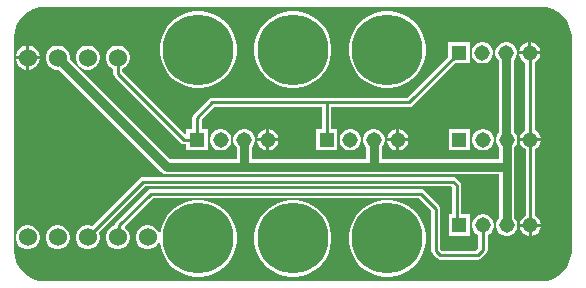
<source format=gbr>
G04*
G04 #@! TF.GenerationSoftware,Altium Limited,Altium Designer,23.0.1 (38)*
G04*
G04 Layer_Physical_Order=1*
G04 Layer_Color=255*
%FSLAX25Y25*%
%MOIN*%
G70*
G04*
G04 #@! TF.SameCoordinates,CB264EA1-B4AC-40A8-8FC8-DEB541A081C8*
G04*
G04*
G04 #@! TF.FilePolarity,Positive*
G04*
G01*
G75*
%ADD12C,0.01000*%
%ADD17C,0.03000*%
%ADD18R,0.05150X0.05150*%
%ADD19C,0.05150*%
%ADD20C,0.06000*%
%ADD21C,0.23622*%
G36*
X356689Y128278D02*
X522043D01*
X522141Y128297D01*
X524055Y128109D01*
X525989Y127522D01*
X527772Y126569D01*
X529334Y125287D01*
X530616Y123724D01*
X531569Y121942D01*
X532156Y120008D01*
X532305Y118488D01*
X532325Y117996D01*
X532325D01*
X532325Y117996D01*
Y47130D01*
X532325Y47130D01*
X532325D01*
X532305Y46638D01*
X532156Y45118D01*
X531569Y43184D01*
X530616Y41402D01*
X529334Y39839D01*
X527772Y38557D01*
X525989Y37604D01*
X524055Y37017D01*
X522535Y36868D01*
X522043Y36848D01*
Y36848D01*
X522043Y36848D01*
X356689D01*
X356689Y36848D01*
Y36848D01*
X356197Y36868D01*
X354678Y37017D01*
X352743Y37604D01*
X350961Y38557D01*
X349398Y39839D01*
X348116Y41402D01*
X347163Y43184D01*
X346576Y45118D01*
X346388Y47032D01*
X346407Y47130D01*
Y117996D01*
X346388Y118094D01*
X346576Y120008D01*
X347163Y121942D01*
X348116Y123724D01*
X349398Y125287D01*
X350961Y126569D01*
X352743Y127522D01*
X354678Y128109D01*
X356591Y128297D01*
X356689Y128278D01*
D02*
G37*
%LPC*%
G36*
X518811Y116567D02*
Y113500D01*
X521878D01*
X521642Y114380D01*
X521172Y115195D01*
X520506Y115860D01*
X519691Y116331D01*
X518811Y116567D01*
D02*
G37*
G36*
X517811D02*
X516931Y116331D01*
X516116Y115860D01*
X515450Y115195D01*
X514980Y114380D01*
X514744Y113500D01*
X517811D01*
Y116567D01*
D02*
G37*
G36*
X351527Y115343D02*
X351500D01*
Y111843D01*
X355000D01*
Y111869D01*
X354727Y112887D01*
X354201Y113799D01*
X353456Y114543D01*
X352544Y115070D01*
X351527Y115343D01*
D02*
G37*
G36*
X350500D02*
X350473D01*
X349456Y115070D01*
X348544Y114543D01*
X347799Y113799D01*
X347273Y112887D01*
X347000Y111869D01*
Y111843D01*
X350500D01*
Y115343D01*
D02*
G37*
G36*
X503034Y116575D02*
X502092D01*
X501183Y116331D01*
X500368Y115860D01*
X499703Y115195D01*
X499232Y114380D01*
X498988Y113471D01*
Y112529D01*
X499232Y111620D01*
X499703Y110805D01*
X500368Y110140D01*
X501183Y109669D01*
X502092Y109425D01*
X503034D01*
X503943Y109669D01*
X504758Y110140D01*
X505423Y110805D01*
X505894Y111620D01*
X506138Y112529D01*
Y113471D01*
X505894Y114380D01*
X505423Y115195D01*
X504758Y115860D01*
X503943Y116331D01*
X503034Y116575D01*
D02*
G37*
G36*
X371527Y115343D02*
X370473D01*
X369456Y115070D01*
X368544Y114543D01*
X367799Y113799D01*
X367273Y112887D01*
X367000Y111869D01*
Y110816D01*
X367273Y109799D01*
X367799Y108887D01*
X368544Y108142D01*
X369456Y107615D01*
X370473Y107343D01*
X371527D01*
X372544Y107615D01*
X373456Y108142D01*
X374201Y108887D01*
X374727Y109799D01*
X375000Y110816D01*
Y111869D01*
X374727Y112887D01*
X374201Y113799D01*
X373456Y114543D01*
X372544Y115070D01*
X371527Y115343D01*
D02*
G37*
G36*
X355000Y110843D02*
X351500D01*
Y107343D01*
X351527D01*
X352544Y107615D01*
X353456Y108142D01*
X354201Y108887D01*
X354727Y109799D01*
X355000Y110816D01*
Y110843D01*
D02*
G37*
G36*
X350500D02*
X347000D01*
Y110816D01*
X347273Y109799D01*
X347799Y108887D01*
X348544Y108142D01*
X349456Y107615D01*
X350473Y107343D01*
X350500D01*
Y110843D01*
D02*
G37*
G36*
X471870Y126870D02*
X469854D01*
X467862Y126555D01*
X465944Y125931D01*
X464148Y125016D01*
X462516Y123831D01*
X461091Y122405D01*
X459905Y120773D01*
X458990Y118977D01*
X458367Y117059D01*
X458051Y115067D01*
Y113051D01*
X458367Y111059D01*
X458990Y109141D01*
X459905Y107345D01*
X461091Y105713D01*
X462516Y104287D01*
X464148Y103102D01*
X465944Y102187D01*
X467862Y101563D01*
X469854Y101248D01*
X471870D01*
X473862Y101563D01*
X475780Y102187D01*
X477577Y103102D01*
X479208Y104287D01*
X480634Y105713D01*
X481819Y107345D01*
X482735Y109141D01*
X483358Y111059D01*
X483673Y113051D01*
Y115067D01*
X483358Y117059D01*
X482735Y118977D01*
X481819Y120773D01*
X480634Y122405D01*
X479208Y123831D01*
X477577Y125016D01*
X475780Y125931D01*
X473862Y126555D01*
X471870Y126870D01*
D02*
G37*
G36*
X440374D02*
X438358D01*
X436366Y126555D01*
X434448Y125931D01*
X432652Y125016D01*
X431020Y123831D01*
X429595Y122405D01*
X428409Y120773D01*
X427494Y118977D01*
X426871Y117059D01*
X426555Y115067D01*
Y113051D01*
X426871Y111059D01*
X427494Y109141D01*
X428409Y107345D01*
X429595Y105713D01*
X431020Y104287D01*
X432652Y103102D01*
X434448Y102187D01*
X436366Y101563D01*
X438358Y101248D01*
X440374D01*
X442366Y101563D01*
X444284Y102187D01*
X446081Y103102D01*
X447712Y104287D01*
X449138Y105713D01*
X450323Y107345D01*
X451239Y109141D01*
X451862Y111059D01*
X452177Y113051D01*
Y115067D01*
X451862Y117059D01*
X451239Y118977D01*
X450323Y120773D01*
X449138Y122405D01*
X447712Y123831D01*
X446081Y125016D01*
X444284Y125931D01*
X442366Y126555D01*
X440374Y126870D01*
D02*
G37*
G36*
X408878D02*
X406862D01*
X404870Y126555D01*
X402952Y125931D01*
X401156Y125016D01*
X399524Y123831D01*
X398098Y122405D01*
X396913Y120773D01*
X395998Y118977D01*
X395374Y117059D01*
X395059Y115067D01*
Y113051D01*
X395374Y111059D01*
X395998Y109141D01*
X396913Y107345D01*
X398098Y105713D01*
X399524Y104287D01*
X401156Y103102D01*
X402952Y102187D01*
X404870Y101563D01*
X406862Y101248D01*
X408878D01*
X410870Y101563D01*
X412788Y102187D01*
X414584Y103102D01*
X416216Y104287D01*
X417642Y105713D01*
X418827Y107345D01*
X419742Y109141D01*
X420366Y111059D01*
X420681Y113051D01*
Y115067D01*
X420366Y117059D01*
X419742Y118977D01*
X418827Y120773D01*
X417642Y122405D01*
X416216Y123831D01*
X414584Y125016D01*
X412788Y125931D01*
X410870Y126555D01*
X408878Y126870D01*
D02*
G37*
G36*
X498264Y116575D02*
X491114D01*
Y111588D01*
X477507Y97981D01*
X412452D01*
X411867Y97865D01*
X411370Y97533D01*
X406296Y92459D01*
X405965Y91963D01*
X405849Y91378D01*
Y87575D01*
X403803D01*
Y86067D01*
X403303Y85860D01*
X382529Y106633D01*
Y107611D01*
X382544Y107615D01*
X383456Y108142D01*
X384201Y108887D01*
X384727Y109799D01*
X385000Y110816D01*
Y111869D01*
X384727Y112887D01*
X384201Y113799D01*
X383456Y114543D01*
X382544Y115070D01*
X381527Y115343D01*
X380473D01*
X379456Y115070D01*
X378544Y114543D01*
X377799Y113799D01*
X377273Y112887D01*
X377000Y111869D01*
Y110816D01*
X377273Y109799D01*
X377799Y108887D01*
X378544Y108142D01*
X379456Y107615D01*
X379471Y107611D01*
Y106000D01*
X379587Y105415D01*
X379919Y104919D01*
X401919Y82919D01*
X402415Y82587D01*
X403000Y82471D01*
X403803D01*
Y80425D01*
X410953D01*
Y87575D01*
X408907D01*
Y90745D01*
X413085Y94922D01*
X449097D01*
Y87575D01*
X447051D01*
Y80425D01*
X454201D01*
Y87575D01*
X452155D01*
Y94922D01*
X478141D01*
X478726Y95039D01*
X479222Y95370D01*
X493277Y109425D01*
X498264D01*
Y116575D01*
D02*
G37*
G36*
X521878Y112500D02*
X514744D01*
X514980Y111620D01*
X515450Y110805D01*
X516116Y110140D01*
X516876Y109701D01*
Y87190D01*
X516305Y86861D01*
X515639Y86195D01*
X515169Y85380D01*
X514933Y84500D01*
X522067D01*
X521831Y85380D01*
X521360Y86195D01*
X520695Y86861D01*
X519935Y87299D01*
Y109810D01*
X520506Y110140D01*
X521172Y110805D01*
X521642Y111620D01*
X521878Y112500D01*
D02*
G37*
G36*
X474748Y87567D02*
Y84500D01*
X477815D01*
X477579Y85380D01*
X477109Y86195D01*
X476443Y86861D01*
X475628Y87331D01*
X474748Y87567D01*
D02*
G37*
G36*
X473748D02*
X472868Y87331D01*
X472053Y86861D01*
X471387Y86195D01*
X470917Y85380D01*
X470681Y84500D01*
X473748D01*
Y87567D01*
D02*
G37*
G36*
X431500D02*
Y84500D01*
X434567D01*
X434331Y85380D01*
X433860Y86195D01*
X433195Y86861D01*
X432380Y87331D01*
X431500Y87567D01*
D02*
G37*
G36*
X430500D02*
X429620Y87331D01*
X428805Y86861D01*
X428139Y86195D01*
X427669Y85380D01*
X427433Y84500D01*
X430500D01*
Y87567D01*
D02*
G37*
G36*
X477815Y83500D02*
X474748D01*
Y80433D01*
X475628Y80669D01*
X476443Y81139D01*
X477109Y81805D01*
X477579Y82620D01*
X477815Y83500D01*
D02*
G37*
G36*
X473748D02*
X470681D01*
X470917Y82620D01*
X471387Y81805D01*
X472053Y81139D01*
X472868Y80669D01*
X473748Y80433D01*
Y83500D01*
D02*
G37*
G36*
X434567D02*
X431500D01*
Y80433D01*
X432380Y80669D01*
X433195Y81139D01*
X433860Y81805D01*
X434331Y82620D01*
X434567Y83500D01*
D02*
G37*
G36*
X430500D02*
X427433D01*
X427669Y82620D01*
X428139Y81805D01*
X428805Y81139D01*
X429620Y80669D01*
X430500Y80433D01*
Y83500D01*
D02*
G37*
G36*
X503223Y87575D02*
X502281D01*
X501372Y87331D01*
X500557Y86861D01*
X499891Y86195D01*
X499421Y85380D01*
X499177Y84471D01*
Y83529D01*
X499421Y82620D01*
X499891Y81805D01*
X500557Y81139D01*
X501372Y80669D01*
X502281Y80425D01*
X503223D01*
X504132Y80669D01*
X504947Y81139D01*
X505613Y81805D01*
X506083Y82620D01*
X506327Y83529D01*
Y84471D01*
X506083Y85380D01*
X505613Y86195D01*
X504947Y86861D01*
X504132Y87331D01*
X503223Y87575D01*
D02*
G37*
G36*
X498453D02*
X491303D01*
Y80425D01*
X498453D01*
Y87575D01*
D02*
G37*
G36*
X458971D02*
X458029D01*
X457120Y87331D01*
X456305Y86861D01*
X455640Y86195D01*
X455169Y85380D01*
X454925Y84471D01*
Y83529D01*
X455169Y82620D01*
X455640Y81805D01*
X456305Y81139D01*
X457120Y80669D01*
X458029Y80425D01*
X458971D01*
X459880Y80669D01*
X460695Y81139D01*
X461361Y81805D01*
X461831Y82620D01*
X462075Y83529D01*
Y84471D01*
X461831Y85380D01*
X461361Y86195D01*
X460695Y86861D01*
X459880Y87331D01*
X458971Y87575D01*
D02*
G37*
G36*
X415723D02*
X414781D01*
X413872Y87331D01*
X413057Y86861D01*
X412391Y86195D01*
X411921Y85380D01*
X411677Y84471D01*
Y83529D01*
X411921Y82620D01*
X412391Y81805D01*
X413057Y81139D01*
X413872Y80669D01*
X414781Y80425D01*
X415723D01*
X416632Y80669D01*
X417447Y81139D01*
X418113Y81805D01*
X418583Y82620D01*
X418827Y83529D01*
Y84471D01*
X418583Y85380D01*
X418113Y86195D01*
X417447Y86861D01*
X416632Y87331D01*
X415723Y87575D01*
D02*
G37*
G36*
X510908Y116575D02*
X509966D01*
X509057Y116331D01*
X508242Y115860D01*
X507577Y115195D01*
X507106Y114380D01*
X506862Y113471D01*
Y112529D01*
X507106Y111620D01*
X507577Y110805D01*
X507982Y110399D01*
Y86412D01*
X507765Y86195D01*
X507295Y85380D01*
X507051Y84471D01*
Y83529D01*
X507295Y82620D01*
X507765Y81805D01*
X508077Y81493D01*
Y77549D01*
X468923D01*
Y81493D01*
X469235Y81805D01*
X469705Y82620D01*
X469949Y83529D01*
Y84471D01*
X469705Y85380D01*
X469235Y86195D01*
X468569Y86861D01*
X467754Y87331D01*
X466845Y87575D01*
X465903D01*
X464994Y87331D01*
X464179Y86861D01*
X463514Y86195D01*
X463043Y85380D01*
X462799Y84471D01*
Y83529D01*
X463043Y82620D01*
X463514Y81805D01*
X463825Y81493D01*
Y77549D01*
X425675D01*
Y81493D01*
X425986Y81805D01*
X426457Y82620D01*
X426701Y83529D01*
Y84471D01*
X426457Y85380D01*
X425986Y86195D01*
X425321Y86861D01*
X424506Y87331D01*
X423597Y87575D01*
X422655D01*
X421746Y87331D01*
X420931Y86861D01*
X420265Y86195D01*
X419795Y85380D01*
X419551Y84471D01*
Y83529D01*
X419795Y82620D01*
X420265Y81805D01*
X420577Y81493D01*
Y77549D01*
X398398D01*
X365000Y110947D01*
Y111869D01*
X364727Y112887D01*
X364201Y113799D01*
X363456Y114543D01*
X362544Y115070D01*
X361527Y115343D01*
X360473D01*
X359456Y115070D01*
X358544Y114543D01*
X357799Y113799D01*
X357273Y112887D01*
X357000Y111869D01*
Y110816D01*
X357273Y109799D01*
X357799Y108887D01*
X358544Y108142D01*
X359456Y107615D01*
X360473Y107343D01*
X361395D01*
X395540Y73198D01*
X396367Y72645D01*
X397343Y72451D01*
X508077D01*
Y58007D01*
X507765Y57695D01*
X507295Y56880D01*
X507051Y55971D01*
Y55029D01*
X507295Y54120D01*
X507765Y53305D01*
X508431Y52639D01*
X509246Y52169D01*
X510155Y51925D01*
X511097D01*
X512006Y52169D01*
X512821Y52639D01*
X513486Y53305D01*
X513957Y54120D01*
X514201Y55029D01*
Y55971D01*
X513957Y56880D01*
X513486Y57695D01*
X513175Y58007D01*
Y75000D01*
Y81493D01*
X513486Y81805D01*
X513957Y82620D01*
X514201Y83529D01*
Y84471D01*
X513957Y85380D01*
X513486Y86195D01*
X513081Y86601D01*
Y110588D01*
X513298Y110805D01*
X513768Y111620D01*
X514012Y112529D01*
Y113471D01*
X513768Y114380D01*
X513298Y115195D01*
X512632Y115860D01*
X511817Y116331D01*
X510908Y116575D01*
D02*
G37*
G36*
X522067Y83500D02*
X514933D01*
X515169Y82620D01*
X515639Y81805D01*
X516305Y81139D01*
X516971Y80755D01*
Y58745D01*
X516305Y58361D01*
X515639Y57695D01*
X515169Y56880D01*
X514933Y56000D01*
X522067D01*
X521831Y56880D01*
X521360Y57695D01*
X520695Y58361D01*
X520029Y58745D01*
Y80755D01*
X520695Y81139D01*
X521360Y81805D01*
X521831Y82620D01*
X522067Y83500D01*
D02*
G37*
G36*
X408878Y63878D02*
X406862D01*
X404870Y63563D01*
X402952Y62939D01*
X401156Y62024D01*
X399524Y60839D01*
X398098Y59413D01*
X396913Y57781D01*
X395998Y55985D01*
X395374Y54067D01*
X395240Y53217D01*
X394763Y53063D01*
X394711Y53073D01*
X394201Y53956D01*
X393456Y54701D01*
X392544Y55227D01*
X391527Y55500D01*
X390473D01*
X389456Y55227D01*
X388544Y54701D01*
X387799Y53956D01*
X387273Y53044D01*
X387000Y52027D01*
Y50973D01*
X387273Y49956D01*
X387799Y49044D01*
X388544Y48299D01*
X389456Y47773D01*
X390473Y47500D01*
X391527D01*
X392544Y47773D01*
X393456Y48299D01*
X394201Y49044D01*
X394603Y49741D01*
X395125Y49644D01*
X395374Y48067D01*
X395998Y46149D01*
X396913Y44353D01*
X398098Y42721D01*
X399524Y41295D01*
X401156Y40110D01*
X402952Y39195D01*
X404870Y38571D01*
X406862Y38256D01*
X408878D01*
X410870Y38571D01*
X412788Y39195D01*
X414584Y40110D01*
X416216Y41295D01*
X417642Y42721D01*
X418827Y44353D01*
X419742Y46149D01*
X420366Y48067D01*
X420681Y50059D01*
Y52075D01*
X420366Y54067D01*
X419742Y55985D01*
X418827Y57781D01*
X417642Y59413D01*
X416216Y60839D01*
X414584Y62024D01*
X412788Y62939D01*
X410870Y63563D01*
X408878Y63878D01*
D02*
G37*
G36*
X522067Y55000D02*
X519000D01*
Y51933D01*
X519880Y52169D01*
X520695Y52639D01*
X521360Y53305D01*
X521831Y54120D01*
X522067Y55000D01*
D02*
G37*
G36*
X518000D02*
X514933D01*
X515169Y54120D01*
X515639Y53305D01*
X516305Y52639D01*
X517120Y52169D01*
X518000Y51933D01*
Y55000D01*
D02*
G37*
G36*
X492808Y71529D02*
X389500D01*
X388915Y71413D01*
X388419Y71081D01*
X372557Y55220D01*
X372544Y55227D01*
X371527Y55500D01*
X370473D01*
X369456Y55227D01*
X368544Y54701D01*
X367799Y53956D01*
X367273Y53044D01*
X367000Y52027D01*
Y50973D01*
X367273Y49956D01*
X367799Y49044D01*
X368544Y48299D01*
X369456Y47773D01*
X370473Y47500D01*
X371527D01*
X372544Y47773D01*
X373456Y48299D01*
X374201Y49044D01*
X374727Y49956D01*
X375000Y50973D01*
Y52027D01*
X374727Y53044D01*
X374720Y53057D01*
X390134Y68471D01*
X492175D01*
X492471Y68175D01*
Y59075D01*
X491303D01*
Y51925D01*
X498453D01*
Y59075D01*
X495529D01*
Y68808D01*
X495413Y69393D01*
X495081Y69890D01*
X493890Y71081D01*
X493393Y71413D01*
X492808Y71529D01*
D02*
G37*
G36*
X361527Y55500D02*
X360473D01*
X359456Y55227D01*
X358544Y54701D01*
X357799Y53956D01*
X357273Y53044D01*
X357000Y52027D01*
Y50973D01*
X357273Y49956D01*
X357799Y49044D01*
X358544Y48299D01*
X359456Y47773D01*
X360473Y47500D01*
X361527D01*
X362544Y47773D01*
X363456Y48299D01*
X364201Y49044D01*
X364727Y49956D01*
X365000Y50973D01*
Y52027D01*
X364727Y53044D01*
X364201Y53956D01*
X363456Y54701D01*
X362544Y55227D01*
X361527Y55500D01*
D02*
G37*
G36*
X351527D02*
X350473D01*
X349456Y55227D01*
X348544Y54701D01*
X347799Y53956D01*
X347273Y53044D01*
X347000Y52027D01*
Y50973D01*
X347273Y49956D01*
X347799Y49044D01*
X348544Y48299D01*
X349456Y47773D01*
X350473Y47500D01*
X351527D01*
X352544Y47773D01*
X353456Y48299D01*
X354201Y49044D01*
X354727Y49956D01*
X355000Y50973D01*
Y52027D01*
X354727Y53044D01*
X354201Y53956D01*
X353456Y54701D01*
X352544Y55227D01*
X351527Y55500D01*
D02*
G37*
G36*
X481914Y67529D02*
X392000D01*
X391415Y67413D01*
X390919Y67081D01*
X380333Y56496D01*
X380001Y55999D01*
X379885Y55414D01*
Y55342D01*
X379456Y55227D01*
X378544Y54701D01*
X377799Y53956D01*
X377273Y53044D01*
X377000Y52027D01*
Y50973D01*
X377273Y49956D01*
X377799Y49044D01*
X378544Y48299D01*
X379456Y47773D01*
X380473Y47500D01*
X381527D01*
X382544Y47773D01*
X383456Y48299D01*
X384201Y49044D01*
X384727Y49956D01*
X385000Y50973D01*
Y52027D01*
X384727Y53044D01*
X384201Y53956D01*
X383456Y54701D01*
X383436Y54712D01*
X383371Y55208D01*
X392634Y64471D01*
X481281D01*
X485471Y60281D01*
Y47000D01*
X485587Y46415D01*
X485919Y45919D01*
X487419Y44419D01*
X487915Y44087D01*
X488500Y43971D01*
X501000D01*
X501585Y44087D01*
X502081Y44419D01*
X503833Y46171D01*
X504165Y46667D01*
X504281Y47252D01*
Y52255D01*
X504947Y52639D01*
X505613Y53305D01*
X506083Y54120D01*
X506327Y55029D01*
Y55971D01*
X506083Y56880D01*
X505613Y57695D01*
X504947Y58361D01*
X504132Y58831D01*
X503223Y59075D01*
X502281D01*
X501372Y58831D01*
X500557Y58361D01*
X499891Y57695D01*
X499421Y56880D01*
X499177Y55971D01*
Y55029D01*
X499421Y54120D01*
X499891Y53305D01*
X500557Y52639D01*
X501223Y52255D01*
Y47886D01*
X500366Y47029D01*
X489134D01*
X488529Y47633D01*
Y60914D01*
X488413Y61500D01*
X488081Y61996D01*
X482996Y67081D01*
X482500Y67413D01*
X481914Y67529D01*
D02*
G37*
G36*
X471870Y63878D02*
X469854D01*
X467862Y63563D01*
X465944Y62939D01*
X464148Y62024D01*
X462516Y60839D01*
X461091Y59413D01*
X459905Y57781D01*
X458990Y55985D01*
X458367Y54067D01*
X458051Y52075D01*
Y50059D01*
X458367Y48067D01*
X458990Y46149D01*
X459905Y44353D01*
X461091Y42721D01*
X462516Y41295D01*
X464148Y40110D01*
X465944Y39195D01*
X467862Y38571D01*
X469854Y38256D01*
X471870D01*
X473862Y38571D01*
X475780Y39195D01*
X477577Y40110D01*
X479208Y41295D01*
X480634Y42721D01*
X481819Y44353D01*
X482735Y46149D01*
X483358Y48067D01*
X483673Y50059D01*
Y52075D01*
X483358Y54067D01*
X482735Y55985D01*
X481819Y57781D01*
X480634Y59413D01*
X479208Y60839D01*
X477577Y62024D01*
X475780Y62939D01*
X473862Y63563D01*
X471870Y63878D01*
D02*
G37*
G36*
X440374D02*
X438358D01*
X436366Y63563D01*
X434448Y62939D01*
X432652Y62024D01*
X431020Y60839D01*
X429595Y59413D01*
X428409Y57781D01*
X427494Y55985D01*
X426871Y54067D01*
X426555Y52075D01*
Y50059D01*
X426871Y48067D01*
X427494Y46149D01*
X428409Y44353D01*
X429595Y42721D01*
X431020Y41295D01*
X432652Y40110D01*
X434448Y39195D01*
X436366Y38571D01*
X438358Y38256D01*
X440374D01*
X442366Y38571D01*
X444284Y39195D01*
X446081Y40110D01*
X447712Y41295D01*
X449138Y42721D01*
X450323Y44353D01*
X451239Y46149D01*
X451862Y48067D01*
X452177Y50059D01*
Y52075D01*
X451862Y54067D01*
X451239Y55985D01*
X450323Y57781D01*
X449138Y59413D01*
X447712Y60839D01*
X446081Y62024D01*
X444284Y62939D01*
X442366Y63563D01*
X440374Y63878D01*
D02*
G37*
%LPD*%
D12*
X478141Y96452D02*
X494689Y113000D01*
X450626Y96452D02*
X478141D01*
X412452D02*
X450626D01*
X407378Y91378D02*
X412452Y96452D01*
X407378Y84000D02*
Y91378D01*
X450626Y84000D02*
Y96452D01*
X481914Y66000D02*
X487000Y60914D01*
X381414Y55414D02*
X392000Y66000D01*
X481914D01*
X492808Y70000D02*
X494000Y68808D01*
X389500Y70000D02*
X492808D01*
X371000Y51500D02*
X389500Y70000D01*
X502752Y47252D02*
Y55500D01*
X501000Y45500D02*
X502752Y47252D01*
X488500Y45500D02*
X501000D01*
X487000Y47000D02*
Y60914D01*
Y47000D02*
X488500Y45500D01*
X381414Y51914D02*
Y55414D01*
X381000Y51500D02*
X381414Y51914D01*
X494000Y56378D02*
Y68808D01*
X403000Y84000D02*
X407378D01*
X494000Y56378D02*
X494878Y55500D01*
X518500D02*
Y84000D01*
X381000Y106000D02*
Y111343D01*
Y106000D02*
X403000Y84000D01*
X518406Y84094D02*
X518500Y84000D01*
X518311Y113000D02*
X518406Y112906D01*
Y84094D02*
Y112906D01*
D17*
X466374Y75000D02*
X510626D01*
X423126D02*
X466374D01*
X423126D02*
Y84000D01*
X510626Y75000D02*
Y84000D01*
X397343Y75000D02*
X423126D01*
X510626Y55500D02*
Y75000D01*
X361000Y111343D02*
X397343Y75000D01*
X466374D02*
Y84000D01*
X510532Y84095D02*
Y112906D01*
Y84095D02*
X510626Y84000D01*
X510437Y113000D02*
X510532Y112906D01*
D18*
X407378Y84000D02*
D03*
X450626D02*
D03*
X494878Y55500D02*
D03*
Y84000D02*
D03*
X494689Y113000D02*
D03*
D19*
X415252Y84000D02*
D03*
X423126D02*
D03*
X431000D02*
D03*
X458500D02*
D03*
X466374D02*
D03*
X474248D02*
D03*
X518500Y55500D02*
D03*
X510626D02*
D03*
X502752D02*
D03*
X518500Y84000D02*
D03*
X510626D02*
D03*
X502752D02*
D03*
X518311Y113000D02*
D03*
X510437D02*
D03*
X502563D02*
D03*
D20*
X361000Y111343D02*
D03*
X371000D02*
D03*
X351000D02*
D03*
Y51500D02*
D03*
X391000D02*
D03*
X361000D02*
D03*
X381000D02*
D03*
X371000D02*
D03*
X381000Y111343D02*
D03*
D21*
X439366Y114059D02*
D03*
X470862D02*
D03*
X407870D02*
D03*
Y51067D02*
D03*
X439366D02*
D03*
X470862D02*
D03*
M02*

</source>
